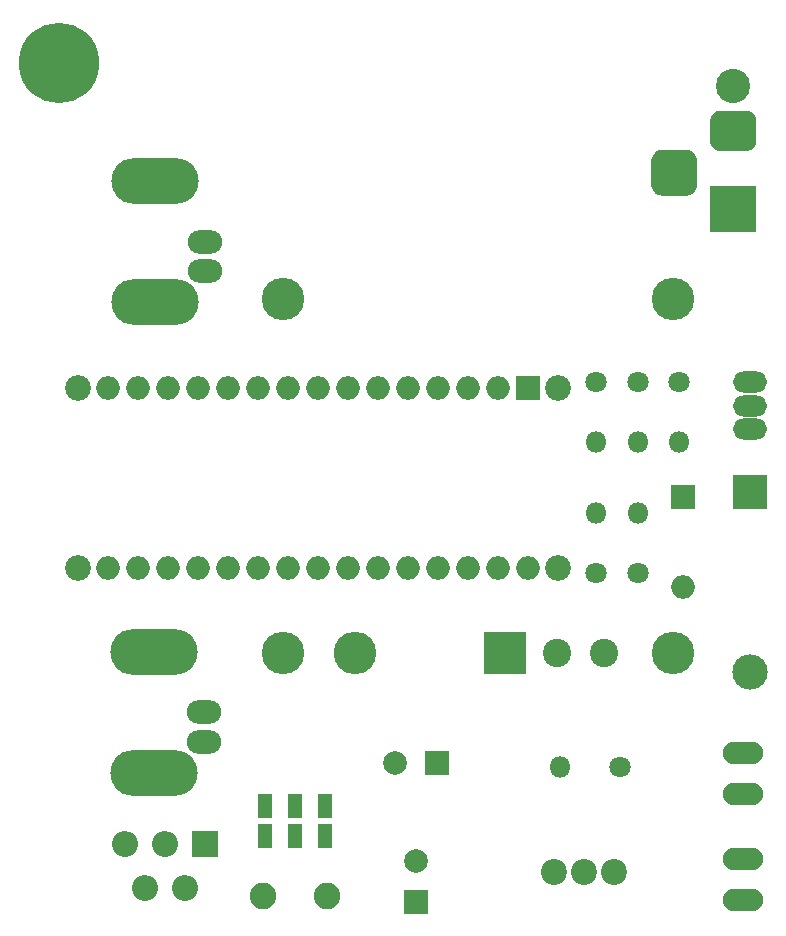
<source format=gbr>
G04 #@! TF.GenerationSoftware,KiCad,Pcbnew,(5.0.0)*
G04 #@! TF.CreationDate,2018-10-11T22:14:57+02:00*
G04 #@! TF.ProjectId,OpenSpritzer_1.2,4F70656E53707269747A65725F312E32,rev?*
G04 #@! TF.SameCoordinates,Original*
G04 #@! TF.FileFunction,Soldermask,Bot*
G04 #@! TF.FilePolarity,Negative*
%FSLAX46Y46*%
G04 Gerber Fmt 4.6, Leading zero omitted, Abs format (unit mm)*
G04 Created by KiCad (PCBNEW (5.0.0)) date 10/11/18 22:14:57*
%MOMM*%
%LPD*%
G01*
G04 APERTURE LIST*
%ADD10C,0.100000*%
%ADD11C,3.900000*%
%ADD12C,3.400000*%
%ADD13R,3.900000X3.900000*%
%ADD14C,2.900000*%
%ADD15C,2.200000*%
%ADD16C,6.800000*%
%ADD17O,2.900000X1.800000*%
%ADD18R,3.600000X3.600000*%
%ADD19O,3.600000X3.600000*%
%ADD20R,1.150000X2.150000*%
%ADD21C,2.250000*%
%ADD22R,2.000000X2.000000*%
%ADD23C,2.000000*%
%ADD24O,1.800000X1.800000*%
%ADD25C,1.800000*%
%ADD26C,3.600000*%
%ADD27O,3.410000X1.910000*%
%ADD28O,7.400240X3.900120*%
%ADD29O,2.899360X2.000200*%
%ADD30O,2.000000X2.000000*%
%ADD31C,2.180000*%
%ADD32R,3.000000X3.000000*%
%ADD33O,3.000000X3.000000*%
%ADD34C,2.400000*%
%ADD35R,2.200000X2.200000*%
%ADD36O,2.200000X2.200000*%
G04 APERTURE END LIST*
D10*
G04 #@! TO.C,*
G36*
X153170567Y-82354695D02*
X153265213Y-82368734D01*
X153358028Y-82391983D01*
X153448116Y-82424217D01*
X153534612Y-82465127D01*
X153616681Y-82514317D01*
X153693533Y-82571315D01*
X153764429Y-82635571D01*
X153828685Y-82706467D01*
X153885683Y-82783319D01*
X153934873Y-82865388D01*
X153975783Y-82951884D01*
X154008017Y-83041972D01*
X154031266Y-83134787D01*
X154045305Y-83229433D01*
X154050000Y-83325000D01*
X154050000Y-85275000D01*
X154045305Y-85370567D01*
X154031266Y-85465213D01*
X154008017Y-85558028D01*
X153975783Y-85648116D01*
X153934873Y-85734612D01*
X153885683Y-85816681D01*
X153828685Y-85893533D01*
X153764429Y-85964429D01*
X153693533Y-86028685D01*
X153616681Y-86085683D01*
X153534612Y-86134873D01*
X153448116Y-86175783D01*
X153358028Y-86208017D01*
X153265213Y-86231266D01*
X153170567Y-86245305D01*
X153075000Y-86250000D01*
X151125000Y-86250000D01*
X151029433Y-86245305D01*
X150934787Y-86231266D01*
X150841972Y-86208017D01*
X150751884Y-86175783D01*
X150665388Y-86134873D01*
X150583319Y-86085683D01*
X150506467Y-86028685D01*
X150435571Y-85964429D01*
X150371315Y-85893533D01*
X150314317Y-85816681D01*
X150265127Y-85734612D01*
X150224217Y-85648116D01*
X150191983Y-85558028D01*
X150168734Y-85465213D01*
X150154695Y-85370567D01*
X150150000Y-85275000D01*
X150150000Y-83325000D01*
X150154695Y-83229433D01*
X150168734Y-83134787D01*
X150191983Y-83041972D01*
X150224217Y-82951884D01*
X150265127Y-82865388D01*
X150314317Y-82783319D01*
X150371315Y-82706467D01*
X150435571Y-82635571D01*
X150506467Y-82571315D01*
X150583319Y-82514317D01*
X150665388Y-82465127D01*
X150751884Y-82424217D01*
X150841972Y-82391983D01*
X150934787Y-82368734D01*
X151029433Y-82354695D01*
X151125000Y-82350000D01*
X153075000Y-82350000D01*
X153170567Y-82354695D01*
X153170567Y-82354695D01*
G37*
D11*
X152100000Y-84300000D03*
D10*
G36*
X158283315Y-79054093D02*
X158365827Y-79066333D01*
X158446742Y-79086601D01*
X158525281Y-79114702D01*
X158600687Y-79150367D01*
X158672235Y-79193251D01*
X158739234Y-79242941D01*
X158801041Y-79298959D01*
X158857059Y-79360766D01*
X158906749Y-79427765D01*
X158949633Y-79499313D01*
X158985298Y-79574719D01*
X159013399Y-79653258D01*
X159033667Y-79734173D01*
X159045907Y-79816685D01*
X159050000Y-79900000D01*
X159050000Y-81600000D01*
X159045907Y-81683315D01*
X159033667Y-81765827D01*
X159013399Y-81846742D01*
X158985298Y-81925281D01*
X158949633Y-82000687D01*
X158906749Y-82072235D01*
X158857059Y-82139234D01*
X158801041Y-82201041D01*
X158739234Y-82257059D01*
X158672235Y-82306749D01*
X158600687Y-82349633D01*
X158525281Y-82385298D01*
X158446742Y-82413399D01*
X158365827Y-82433667D01*
X158283315Y-82445907D01*
X158200000Y-82450000D01*
X156000000Y-82450000D01*
X155916685Y-82445907D01*
X155834173Y-82433667D01*
X155753258Y-82413399D01*
X155674719Y-82385298D01*
X155599313Y-82349633D01*
X155527765Y-82306749D01*
X155460766Y-82257059D01*
X155398959Y-82201041D01*
X155342941Y-82139234D01*
X155293251Y-82072235D01*
X155250367Y-82000687D01*
X155214702Y-81925281D01*
X155186601Y-81846742D01*
X155166333Y-81765827D01*
X155154093Y-81683315D01*
X155150000Y-81600000D01*
X155150000Y-79900000D01*
X155154093Y-79816685D01*
X155166333Y-79734173D01*
X155186601Y-79653258D01*
X155214702Y-79574719D01*
X155250367Y-79499313D01*
X155293251Y-79427765D01*
X155342941Y-79360766D01*
X155398959Y-79298959D01*
X155460766Y-79242941D01*
X155527765Y-79193251D01*
X155599313Y-79150367D01*
X155674719Y-79114702D01*
X155753258Y-79086601D01*
X155834173Y-79066333D01*
X155916685Y-79054093D01*
X156000000Y-79050000D01*
X158200000Y-79050000D01*
X158283315Y-79054093D01*
X158283315Y-79054093D01*
G37*
D12*
X157100000Y-80750000D03*
D13*
X157100000Y-87350000D03*
D14*
X157100000Y-76950000D03*
G04 #@! TD*
D15*
G04 #@! TO.C,*
X146960000Y-143480000D03*
X144460000Y-143480000D03*
X141960000Y-143480000D03*
G04 #@! TD*
D16*
G04 #@! TO.C,*
X100000000Y-75000000D03*
G04 #@! TD*
D17*
G04 #@! TO.C,*
X158475000Y-104025000D03*
X158475000Y-102025000D03*
X158475000Y-106025000D03*
G04 #@! TD*
D18*
G04 #@! TO.C,*
X137800000Y-124950000D03*
D19*
X125100000Y-124950000D03*
G04 #@! TD*
D20*
G04 #@! TO.C,*
X117460000Y-137930000D03*
X120000000Y-137930000D03*
X122540000Y-137930000D03*
X117460000Y-140470000D03*
X120000000Y-140470000D03*
X122540000Y-140470000D03*
D21*
X117300000Y-145550000D03*
X122700000Y-145550000D03*
G04 #@! TD*
D22*
G04 #@! TO.C,*
X130200000Y-146050000D03*
D23*
X130200000Y-142550000D03*
G04 #@! TD*
D24*
G04 #@! TO.C,*
X145500000Y-107080000D03*
D25*
X145500000Y-102000000D03*
G04 #@! TD*
D24*
G04 #@! TO.C,*
X149000000Y-107080000D03*
D25*
X149000000Y-102000000D03*
G04 #@! TD*
D24*
G04 #@! TO.C,*
X152500000Y-107080000D03*
D25*
X152500000Y-102000000D03*
G04 #@! TD*
D24*
G04 #@! TO.C,*
X149000000Y-113120000D03*
D25*
X149000000Y-118200000D03*
G04 #@! TD*
D24*
G04 #@! TO.C,*
X145500000Y-113120000D03*
D25*
X145500000Y-118200000D03*
G04 #@! TD*
D23*
G04 #@! TO.C,*
X128500000Y-134250000D03*
D22*
X132000000Y-134250000D03*
G04 #@! TD*
D24*
G04 #@! TO.C,*
X142465479Y-134634520D03*
D25*
X147545479Y-134634520D03*
G04 #@! TD*
D26*
G04 #@! TO.C,*
X119000000Y-95000000D03*
G04 #@! TD*
G04 #@! TO.C,*
X119000000Y-125000000D03*
G04 #@! TD*
D27*
G04 #@! TO.C,*
X157925000Y-142425000D03*
X157925000Y-145925000D03*
G04 #@! TD*
G04 #@! TO.C,*
X157900000Y-136950000D03*
X157900000Y-133450000D03*
G04 #@! TD*
D28*
G04 #@! TO.C,*
X108111600Y-95247780D03*
X108111600Y-85049680D03*
D29*
X112376260Y-90150000D03*
X112376260Y-92649360D03*
G04 #@! TD*
D22*
G04 #@! TO.C,*
X139700000Y-102500000D03*
D30*
X106680000Y-117740000D03*
X137160000Y-102500000D03*
X109220000Y-117740000D03*
X134620000Y-102500000D03*
X111760000Y-117740000D03*
X132080000Y-102500000D03*
X114300000Y-117740000D03*
X129540000Y-102500000D03*
X116840000Y-117740000D03*
X127000000Y-102500000D03*
X119380000Y-117740000D03*
X124460000Y-102500000D03*
X121920000Y-117740000D03*
X121920000Y-102500000D03*
X124460000Y-117740000D03*
X119380000Y-102500000D03*
X127000000Y-117740000D03*
X116840000Y-102500000D03*
X129540000Y-117740000D03*
X114300000Y-102500000D03*
X132080000Y-117740000D03*
X111760000Y-102500000D03*
X134620000Y-117740000D03*
X109220000Y-102500000D03*
X137160000Y-117740000D03*
X106680000Y-102500000D03*
X139700000Y-117740000D03*
X104140000Y-102500000D03*
X104140000Y-117740000D03*
D31*
X142240000Y-102500000D03*
X142240000Y-117740000D03*
X101600000Y-117740000D03*
X101600000Y-102500000D03*
G04 #@! TD*
D22*
G04 #@! TO.C,*
X152800000Y-111750000D03*
D30*
X152800000Y-119370000D03*
G04 #@! TD*
D32*
G04 #@! TO.C,*
X158475000Y-111350000D03*
D33*
X158475000Y-126590000D03*
G04 #@! TD*
D26*
G04 #@! TO.C,*
X152000000Y-95000000D03*
G04 #@! TD*
D34*
G04 #@! TO.C,*
X146175000Y-124950000D03*
X142175000Y-124950000D03*
G04 #@! TD*
D35*
G04 #@! TO.C,*
X112400000Y-141150000D03*
D36*
X110700000Y-144850000D03*
X109000000Y-141150000D03*
X107300000Y-144850000D03*
X105600000Y-141150000D03*
G04 #@! TD*
D26*
G04 #@! TO.C,*
X152000000Y-125000000D03*
G04 #@! TD*
D29*
G04 #@! TO.C,*
X112301260Y-132499360D03*
X112301260Y-130000000D03*
D28*
X108036600Y-124899680D03*
X108036600Y-135097780D03*
G04 #@! TD*
M02*

</source>
